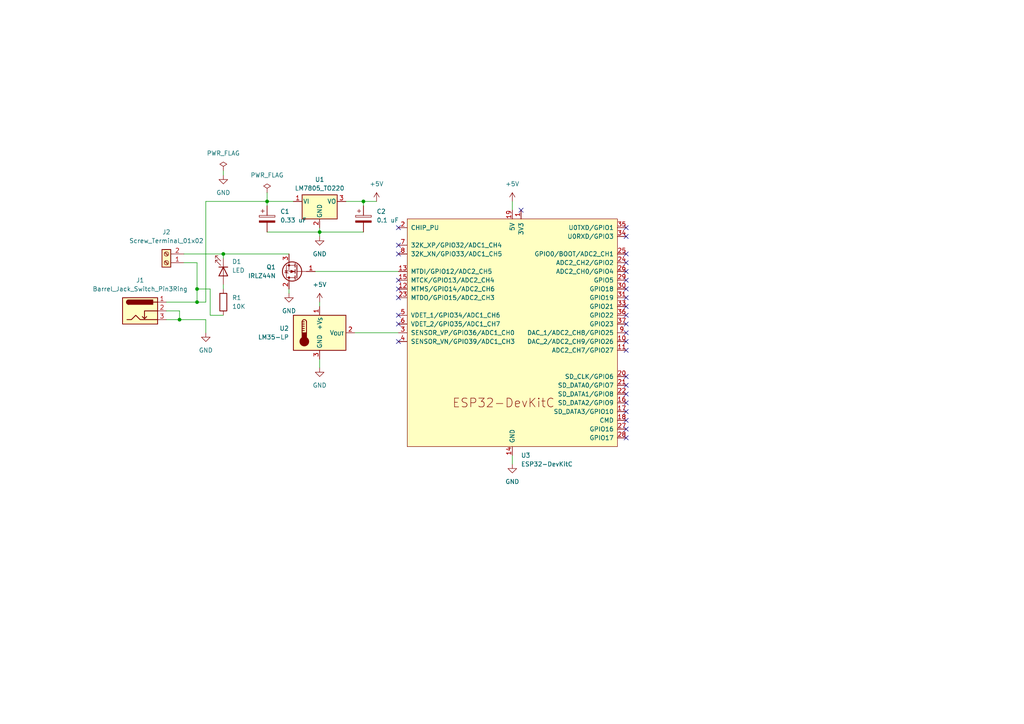
<source format=kicad_sch>
(kicad_sch (version 20230121) (generator eeschema)

  (uuid cbb9098c-f87d-4fb1-92f0-d4133605487e)

  (paper "A4")

  (lib_symbols
    (symbol "Connector:Barrel_Jack_Switch_Pin3Ring" (pin_names hide) (in_bom yes) (on_board yes)
      (property "Reference" "J" (at 0 5.334 0)
        (effects (font (size 1.27 1.27)))
      )
      (property "Value" "Barrel_Jack_Switch_Pin3Ring" (at 0 -5.08 0)
        (effects (font (size 1.27 1.27)))
      )
      (property "Footprint" "" (at 1.27 -1.016 0)
        (effects (font (size 1.27 1.27)) hide)
      )
      (property "Datasheet" "~" (at 1.27 -1.016 0)
        (effects (font (size 1.27 1.27)) hide)
      )
      (property "ki_keywords" "DC power barrel jack connector" (at 0 0 0)
        (effects (font (size 1.27 1.27)) hide)
      )
      (property "ki_description" "DC Barrel Jack with an internal switch" (at 0 0 0)
        (effects (font (size 1.27 1.27)) hide)
      )
      (property "ki_fp_filters" "BarrelJack*" (at 0 0 0)
        (effects (font (size 1.27 1.27)) hide)
      )
      (symbol "Barrel_Jack_Switch_Pin3Ring_0_1"
        (rectangle (start -5.08 3.81) (end 5.08 -3.81)
          (stroke (width 0.254) (type default))
          (fill (type background))
        )
        (arc (start -3.302 3.175) (mid -3.9343 2.54) (end -3.302 1.905)
          (stroke (width 0.254) (type default))
          (fill (type none))
        )
        (arc (start -3.302 3.175) (mid -3.9343 2.54) (end -3.302 1.905)
          (stroke (width 0.254) (type default))
          (fill (type outline))
        )
        (polyline
          (pts
            (xy 1.27 -2.286)
            (xy 1.905 -1.651)
          )
          (stroke (width 0.254) (type default))
          (fill (type none))
        )
        (polyline
          (pts
            (xy 5.08 2.54)
            (xy 3.81 2.54)
          )
          (stroke (width 0.254) (type default))
          (fill (type none))
        )
        (polyline
          (pts
            (xy 5.08 0)
            (xy 1.27 0)
            (xy 1.27 -2.286)
            (xy 0.635 -1.651)
          )
          (stroke (width 0.254) (type default))
          (fill (type none))
        )
        (polyline
          (pts
            (xy -3.81 -2.54)
            (xy -2.54 -2.54)
            (xy -1.27 -1.27)
            (xy 0 -2.54)
            (xy 2.54 -2.54)
            (xy 5.08 -2.54)
          )
          (stroke (width 0.254) (type default))
          (fill (type none))
        )
        (rectangle (start 3.683 3.175) (end -3.302 1.905)
          (stroke (width 0.254) (type default))
          (fill (type outline))
        )
      )
      (symbol "Barrel_Jack_Switch_Pin3Ring_1_1"
        (pin passive line (at 7.62 2.54 180) (length 2.54)
          (name "~" (effects (font (size 1.27 1.27))))
          (number "1" (effects (font (size 1.27 1.27))))
        )
        (pin passive line (at 7.62 0 180) (length 2.54)
          (name "~" (effects (font (size 1.27 1.27))))
          (number "2" (effects (font (size 1.27 1.27))))
        )
        (pin passive line (at 7.62 -2.54 180) (length 2.54)
          (name "~" (effects (font (size 1.27 1.27))))
          (number "3" (effects (font (size 1.27 1.27))))
        )
      )
    )
    (symbol "Connector:Screw_Terminal_01x02" (pin_names (offset 1.016) hide) (in_bom yes) (on_board yes)
      (property "Reference" "J" (at 0 2.54 0)
        (effects (font (size 1.27 1.27)))
      )
      (property "Value" "Screw_Terminal_01x02" (at 0 -5.08 0)
        (effects (font (size 1.27 1.27)))
      )
      (property "Footprint" "" (at 0 0 0)
        (effects (font (size 1.27 1.27)) hide)
      )
      (property "Datasheet" "~" (at 0 0 0)
        (effects (font (size 1.27 1.27)) hide)
      )
      (property "ki_keywords" "screw terminal" (at 0 0 0)
        (effects (font (size 1.27 1.27)) hide)
      )
      (property "ki_description" "Generic screw terminal, single row, 01x02, script generated (kicad-library-utils/schlib/autogen/connector/)" (at 0 0 0)
        (effects (font (size 1.27 1.27)) hide)
      )
      (property "ki_fp_filters" "TerminalBlock*:*" (at 0 0 0)
        (effects (font (size 1.27 1.27)) hide)
      )
      (symbol "Screw_Terminal_01x02_1_1"
        (rectangle (start -1.27 1.27) (end 1.27 -3.81)
          (stroke (width 0.254) (type default))
          (fill (type background))
        )
        (circle (center 0 -2.54) (radius 0.635)
          (stroke (width 0.1524) (type default))
          (fill (type none))
        )
        (polyline
          (pts
            (xy -0.5334 -2.2098)
            (xy 0.3302 -3.048)
          )
          (stroke (width 0.1524) (type default))
          (fill (type none))
        )
        (polyline
          (pts
            (xy -0.5334 0.3302)
            (xy 0.3302 -0.508)
          )
          (stroke (width 0.1524) (type default))
          (fill (type none))
        )
        (polyline
          (pts
            (xy -0.3556 -2.032)
            (xy 0.508 -2.8702)
          )
          (stroke (width 0.1524) (type default))
          (fill (type none))
        )
        (polyline
          (pts
            (xy -0.3556 0.508)
            (xy 0.508 -0.3302)
          )
          (stroke (width 0.1524) (type default))
          (fill (type none))
        )
        (circle (center 0 0) (radius 0.635)
          (stroke (width 0.1524) (type default))
          (fill (type none))
        )
        (pin passive line (at -5.08 0 0) (length 3.81)
          (name "Pin_1" (effects (font (size 1.27 1.27))))
          (number "1" (effects (font (size 1.27 1.27))))
        )
        (pin passive line (at -5.08 -2.54 0) (length 3.81)
          (name "Pin_2" (effects (font (size 1.27 1.27))))
          (number "2" (effects (font (size 1.27 1.27))))
        )
      )
    )
    (symbol "Device:C_Polarized" (pin_numbers hide) (pin_names (offset 0.254)) (in_bom yes) (on_board yes)
      (property "Reference" "C" (at 0.635 2.54 0)
        (effects (font (size 1.27 1.27)) (justify left))
      )
      (property "Value" "C_Polarized" (at 0.635 -2.54 0)
        (effects (font (size 1.27 1.27)) (justify left))
      )
      (property "Footprint" "" (at 0.9652 -3.81 0)
        (effects (font (size 1.27 1.27)) hide)
      )
      (property "Datasheet" "~" (at 0 0 0)
        (effects (font (size 1.27 1.27)) hide)
      )
      (property "ki_keywords" "cap capacitor" (at 0 0 0)
        (effects (font (size 1.27 1.27)) hide)
      )
      (property "ki_description" "Polarized capacitor" (at 0 0 0)
        (effects (font (size 1.27 1.27)) hide)
      )
      (property "ki_fp_filters" "CP_*" (at 0 0 0)
        (effects (font (size 1.27 1.27)) hide)
      )
      (symbol "C_Polarized_0_1"
        (rectangle (start -2.286 0.508) (end 2.286 1.016)
          (stroke (width 0) (type default))
          (fill (type none))
        )
        (polyline
          (pts
            (xy -1.778 2.286)
            (xy -0.762 2.286)
          )
          (stroke (width 0) (type default))
          (fill (type none))
        )
        (polyline
          (pts
            (xy -1.27 2.794)
            (xy -1.27 1.778)
          )
          (stroke (width 0) (type default))
          (fill (type none))
        )
        (rectangle (start 2.286 -0.508) (end -2.286 -1.016)
          (stroke (width 0) (type default))
          (fill (type outline))
        )
      )
      (symbol "C_Polarized_1_1"
        (pin passive line (at 0 3.81 270) (length 2.794)
          (name "~" (effects (font (size 1.27 1.27))))
          (number "1" (effects (font (size 1.27 1.27))))
        )
        (pin passive line (at 0 -3.81 90) (length 2.794)
          (name "~" (effects (font (size 1.27 1.27))))
          (number "2" (effects (font (size 1.27 1.27))))
        )
      )
    )
    (symbol "Device:LED" (pin_numbers hide) (pin_names (offset 1.016) hide) (in_bom yes) (on_board yes)
      (property "Reference" "D" (at 0 2.54 0)
        (effects (font (size 1.27 1.27)))
      )
      (property "Value" "LED" (at 0 -2.54 0)
        (effects (font (size 1.27 1.27)))
      )
      (property "Footprint" "" (at 0 0 0)
        (effects (font (size 1.27 1.27)) hide)
      )
      (property "Datasheet" "~" (at 0 0 0)
        (effects (font (size 1.27 1.27)) hide)
      )
      (property "ki_keywords" "LED diode" (at 0 0 0)
        (effects (font (size 1.27 1.27)) hide)
      )
      (property "ki_description" "Light emitting diode" (at 0 0 0)
        (effects (font (size 1.27 1.27)) hide)
      )
      (property "ki_fp_filters" "LED* LED_SMD:* LED_THT:*" (at 0 0 0)
        (effects (font (size 1.27 1.27)) hide)
      )
      (symbol "LED_0_1"
        (polyline
          (pts
            (xy -1.27 -1.27)
            (xy -1.27 1.27)
          )
          (stroke (width 0.254) (type default))
          (fill (type none))
        )
        (polyline
          (pts
            (xy -1.27 0)
            (xy 1.27 0)
          )
          (stroke (width 0) (type default))
          (fill (type none))
        )
        (polyline
          (pts
            (xy 1.27 -1.27)
            (xy 1.27 1.27)
            (xy -1.27 0)
            (xy 1.27 -1.27)
          )
          (stroke (width 0.254) (type default))
          (fill (type none))
        )
        (polyline
          (pts
            (xy -3.048 -0.762)
            (xy -4.572 -2.286)
            (xy -3.81 -2.286)
            (xy -4.572 -2.286)
            (xy -4.572 -1.524)
          )
          (stroke (width 0) (type default))
          (fill (type none))
        )
        (polyline
          (pts
            (xy -1.778 -0.762)
            (xy -3.302 -2.286)
            (xy -2.54 -2.286)
            (xy -3.302 -2.286)
            (xy -3.302 -1.524)
          )
          (stroke (width 0) (type default))
          (fill (type none))
        )
      )
      (symbol "LED_1_1"
        (pin passive line (at -3.81 0 0) (length 2.54)
          (name "K" (effects (font (size 1.27 1.27))))
          (number "1" (effects (font (size 1.27 1.27))))
        )
        (pin passive line (at 3.81 0 180) (length 2.54)
          (name "A" (effects (font (size 1.27 1.27))))
          (number "2" (effects (font (size 1.27 1.27))))
        )
      )
    )
    (symbol "Device:R" (pin_numbers hide) (pin_names (offset 0)) (in_bom yes) (on_board yes)
      (property "Reference" "R" (at 2.032 0 90)
        (effects (font (size 1.27 1.27)))
      )
      (property "Value" "R" (at 0 0 90)
        (effects (font (size 1.27 1.27)))
      )
      (property "Footprint" "" (at -1.778 0 90)
        (effects (font (size 1.27 1.27)) hide)
      )
      (property "Datasheet" "~" (at 0 0 0)
        (effects (font (size 1.27 1.27)) hide)
      )
      (property "ki_keywords" "R res resistor" (at 0 0 0)
        (effects (font (size 1.27 1.27)) hide)
      )
      (property "ki_description" "Resistor" (at 0 0 0)
        (effects (font (size 1.27 1.27)) hide)
      )
      (property "ki_fp_filters" "R_*" (at 0 0 0)
        (effects (font (size 1.27 1.27)) hide)
      )
      (symbol "R_0_1"
        (rectangle (start -1.016 -2.54) (end 1.016 2.54)
          (stroke (width 0.254) (type default))
          (fill (type none))
        )
      )
      (symbol "R_1_1"
        (pin passive line (at 0 3.81 270) (length 1.27)
          (name "~" (effects (font (size 1.27 1.27))))
          (number "1" (effects (font (size 1.27 1.27))))
        )
        (pin passive line (at 0 -3.81 90) (length 1.27)
          (name "~" (effects (font (size 1.27 1.27))))
          (number "2" (effects (font (size 1.27 1.27))))
        )
      )
    )
    (symbol "PCM_Espressif:ESP32-DevKitC" (pin_names (offset 1.016)) (in_bom yes) (on_board yes)
      (property "Reference" "U" (at -30.48 38.1 0)
        (effects (font (size 1.27 1.27)) (justify left))
      )
      (property "Value" "ESP32-DevKitC" (at -30.48 35.56 0)
        (effects (font (size 1.27 1.27)) (justify left))
      )
      (property "Footprint" "Espressif:ESP32-DevKitC" (at 0 -43.18 0)
        (effects (font (size 1.27 1.27)) hide)
      )
      (property "Datasheet" "https://docs.espressif.com/projects/esp-idf/zh_CN/latest/esp32/hw-reference/esp32/get-started-devkitc.html" (at 0 -45.72 0)
        (effects (font (size 1.27 1.27)) hide)
      )
      (property "ki_keywords" "ESP32" (at 0 0 0)
        (effects (font (size 1.27 1.27)) hide)
      )
      (property "ki_description" "Development Kit" (at 0 0 0)
        (effects (font (size 1.27 1.27)) hide)
      )
      (symbol "ESP32-DevKitC_0_0"
        (text "ESP32-DevKitC" (at -2.54 -20.32 0)
          (effects (font (size 2.54 2.54)))
        )
        (pin power_in line (at 0 -35.56 90) (length 2.54)
          (name "GND" (effects (font (size 1.27 1.27))))
          (number "14" (effects (font (size 1.27 1.27))))
        )
        (pin power_in line (at 0 35.56 270) (length 2.54)
          (name "5V" (effects (font (size 1.27 1.27))))
          (number "19" (effects (font (size 1.27 1.27))))
        )
      )
      (symbol "ESP32-DevKitC_0_1"
        (rectangle (start -30.48 33.02) (end 30.48 -33.02)
          (stroke (width 0) (type default))
          (fill (type background))
        )
      )
      (symbol "ESP32-DevKitC_1_1"
        (pin power_in line (at 2.54 35.56 270) (length 2.54)
          (name "3V3" (effects (font (size 1.27 1.27))))
          (number "1" (effects (font (size 1.27 1.27))))
        )
        (pin bidirectional line (at 33.02 -2.54 180) (length 2.54)
          (name "DAC_2/ADC2_CH9/GPIO26" (effects (font (size 1.27 1.27))))
          (number "10" (effects (font (size 1.27 1.27))))
        )
        (pin bidirectional line (at 33.02 -5.08 180) (length 2.54)
          (name "ADC2_CH7/GPIO27" (effects (font (size 1.27 1.27))))
          (number "11" (effects (font (size 1.27 1.27))))
        )
        (pin bidirectional line (at -33.02 12.7 0) (length 2.54)
          (name "MTMS/GPIO14/ADC2_CH6" (effects (font (size 1.27 1.27))))
          (number "12" (effects (font (size 1.27 1.27))))
        )
        (pin bidirectional line (at -33.02 17.78 0) (length 2.54)
          (name "MTDI/GPIO12/ADC2_CH5" (effects (font (size 1.27 1.27))))
          (number "13" (effects (font (size 1.27 1.27))))
        )
        (pin bidirectional line (at -33.02 15.24 0) (length 2.54)
          (name "MTCK/GPIO13/ADC2_CH4" (effects (font (size 1.27 1.27))))
          (number "15" (effects (font (size 1.27 1.27))))
        )
        (pin bidirectional line (at 33.02 -20.32 180) (length 2.54)
          (name "SD_DATA2/GPIO9" (effects (font (size 1.27 1.27))))
          (number "16" (effects (font (size 1.27 1.27))))
        )
        (pin bidirectional line (at 33.02 -22.86 180) (length 2.54)
          (name "SD_DATA3/GPIO10" (effects (font (size 1.27 1.27))))
          (number "17" (effects (font (size 1.27 1.27))))
        )
        (pin bidirectional line (at 33.02 -25.4 180) (length 2.54)
          (name "CMD" (effects (font (size 1.27 1.27))))
          (number "18" (effects (font (size 1.27 1.27))))
        )
        (pin input line (at -33.02 30.48 0) (length 2.54)
          (name "CHIP_PU" (effects (font (size 1.27 1.27))))
          (number "2" (effects (font (size 1.27 1.27))))
        )
        (pin bidirectional line (at 33.02 -12.7 180) (length 2.54)
          (name "SD_CLK/GPIO6" (effects (font (size 1.27 1.27))))
          (number "20" (effects (font (size 1.27 1.27))))
        )
        (pin bidirectional line (at 33.02 -15.24 180) (length 2.54)
          (name "SD_DATA0/GPIO7" (effects (font (size 1.27 1.27))))
          (number "21" (effects (font (size 1.27 1.27))))
        )
        (pin bidirectional line (at 33.02 -17.78 180) (length 2.54)
          (name "SD_DATA1/GPIO8" (effects (font (size 1.27 1.27))))
          (number "22" (effects (font (size 1.27 1.27))))
        )
        (pin bidirectional line (at -33.02 10.16 0) (length 2.54)
          (name "MTDO/GPIO15/ADC2_CH3" (effects (font (size 1.27 1.27))))
          (number "23" (effects (font (size 1.27 1.27))))
        )
        (pin bidirectional line (at 33.02 20.32 180) (length 2.54)
          (name "ADC2_CH2/GPIO2" (effects (font (size 1.27 1.27))))
          (number "24" (effects (font (size 1.27 1.27))))
        )
        (pin bidirectional line (at 33.02 22.86 180) (length 2.54)
          (name "GPIO0/BOOT/ADC2_CH1" (effects (font (size 1.27 1.27))))
          (number "25" (effects (font (size 1.27 1.27))))
        )
        (pin bidirectional line (at 33.02 17.78 180) (length 2.54)
          (name "ADC2_CH0/GPIO4" (effects (font (size 1.27 1.27))))
          (number "26" (effects (font (size 1.27 1.27))))
        )
        (pin bidirectional line (at 33.02 -27.94 180) (length 2.54)
          (name "GPIO16" (effects (font (size 1.27 1.27))))
          (number "27" (effects (font (size 1.27 1.27))))
        )
        (pin bidirectional line (at 33.02 -30.48 180) (length 2.54)
          (name "GPIO17" (effects (font (size 1.27 1.27))))
          (number "28" (effects (font (size 1.27 1.27))))
        )
        (pin bidirectional line (at 33.02 15.24 180) (length 2.54)
          (name "GPIO5" (effects (font (size 1.27 1.27))))
          (number "29" (effects (font (size 1.27 1.27))))
        )
        (pin input line (at -33.02 0 0) (length 2.54)
          (name "SENSOR_VP/GPIO36/ADC1_CH0" (effects (font (size 1.27 1.27))))
          (number "3" (effects (font (size 1.27 1.27))))
        )
        (pin bidirectional line (at 33.02 12.7 180) (length 2.54)
          (name "GPIO18" (effects (font (size 1.27 1.27))))
          (number "30" (effects (font (size 1.27 1.27))))
        )
        (pin bidirectional line (at 33.02 10.16 180) (length 2.54)
          (name "GPIO19" (effects (font (size 1.27 1.27))))
          (number "31" (effects (font (size 1.27 1.27))))
        )
        (pin passive line (at 0 -35.56 90) (length 2.54) hide
          (name "GND" (effects (font (size 1.27 1.27))))
          (number "32" (effects (font (size 1.27 1.27))))
        )
        (pin bidirectional line (at 33.02 7.62 180) (length 2.54)
          (name "GPIO21" (effects (font (size 1.27 1.27))))
          (number "33" (effects (font (size 1.27 1.27))))
        )
        (pin bidirectional line (at 33.02 27.94 180) (length 2.54)
          (name "U0RXD/GPIO3" (effects (font (size 1.27 1.27))))
          (number "34" (effects (font (size 1.27 1.27))))
        )
        (pin bidirectional line (at 33.02 30.48 180) (length 2.54)
          (name "U0TXD/GPIO1" (effects (font (size 1.27 1.27))))
          (number "35" (effects (font (size 1.27 1.27))))
        )
        (pin bidirectional line (at 33.02 5.08 180) (length 2.54)
          (name "GPIO22" (effects (font (size 1.27 1.27))))
          (number "36" (effects (font (size 1.27 1.27))))
        )
        (pin bidirectional line (at 33.02 2.54 180) (length 2.54)
          (name "GPIO23" (effects (font (size 1.27 1.27))))
          (number "37" (effects (font (size 1.27 1.27))))
        )
        (pin passive line (at 0 -35.56 90) (length 2.54) hide
          (name "GND" (effects (font (size 1.27 1.27))))
          (number "38" (effects (font (size 1.27 1.27))))
        )
        (pin input line (at -33.02 -2.54 0) (length 2.54)
          (name "SENSOR_VN/GPIO39/ADC1_CH3" (effects (font (size 1.27 1.27))))
          (number "4" (effects (font (size 1.27 1.27))))
        )
        (pin input line (at -33.02 5.08 0) (length 2.54)
          (name "VDET_1/GPIO34/ADC1_CH6" (effects (font (size 1.27 1.27))))
          (number "5" (effects (font (size 1.27 1.27))))
        )
        (pin input line (at -33.02 2.54 0) (length 2.54)
          (name "VDET_2/GPIO35/ADC1_CH7" (effects (font (size 1.27 1.27))))
          (number "6" (effects (font (size 1.27 1.27))))
        )
        (pin bidirectional line (at -33.02 25.4 0) (length 2.54)
          (name "32K_XP/GPIO32/ADC1_CH4" (effects (font (size 1.27 1.27))))
          (number "7" (effects (font (size 1.27 1.27))))
        )
        (pin bidirectional line (at -33.02 22.86 0) (length 2.54)
          (name "32K_XN/GPIO33/ADC1_CH5" (effects (font (size 1.27 1.27))))
          (number "8" (effects (font (size 1.27 1.27))))
        )
        (pin bidirectional line (at 33.02 0 180) (length 2.54)
          (name "DAC_1/ADC2_CH8/GPIO25" (effects (font (size 1.27 1.27))))
          (number "9" (effects (font (size 1.27 1.27))))
        )
      )
    )
    (symbol "Regulator_Linear:LM7805_TO220" (pin_names (offset 0.254)) (in_bom yes) (on_board yes)
      (property "Reference" "U" (at -3.81 3.175 0)
        (effects (font (size 1.27 1.27)))
      )
      (property "Value" "LM7805_TO220" (at 0 3.175 0)
        (effects (font (size 1.27 1.27)) (justify left))
      )
      (property "Footprint" "Package_TO_SOT_THT:TO-220-3_Vertical" (at 0 5.715 0)
        (effects (font (size 1.27 1.27) italic) hide)
      )
      (property "Datasheet" "https://www.onsemi.cn/PowerSolutions/document/MC7800-D.PDF" (at 0 -1.27 0)
        (effects (font (size 1.27 1.27)) hide)
      )
      (property "ki_keywords" "Voltage Regulator 1A Positive" (at 0 0 0)
        (effects (font (size 1.27 1.27)) hide)
      )
      (property "ki_description" "Positive 1A 35V Linear Regulator, Fixed Output 5V, TO-220" (at 0 0 0)
        (effects (font (size 1.27 1.27)) hide)
      )
      (property "ki_fp_filters" "TO?220*" (at 0 0 0)
        (effects (font (size 1.27 1.27)) hide)
      )
      (symbol "LM7805_TO220_0_1"
        (rectangle (start -5.08 1.905) (end 5.08 -5.08)
          (stroke (width 0.254) (type default))
          (fill (type background))
        )
      )
      (symbol "LM7805_TO220_1_1"
        (pin power_in line (at -7.62 0 0) (length 2.54)
          (name "VI" (effects (font (size 1.27 1.27))))
          (number "1" (effects (font (size 1.27 1.27))))
        )
        (pin power_in line (at 0 -7.62 90) (length 2.54)
          (name "GND" (effects (font (size 1.27 1.27))))
          (number "2" (effects (font (size 1.27 1.27))))
        )
        (pin power_out line (at 7.62 0 180) (length 2.54)
          (name "VO" (effects (font (size 1.27 1.27))))
          (number "3" (effects (font (size 1.27 1.27))))
        )
      )
    )
    (symbol "Sensor_Temperature:LM35-LP" (in_bom yes) (on_board yes)
      (property "Reference" "U" (at -6.35 6.35 0)
        (effects (font (size 1.27 1.27)))
      )
      (property "Value" "LM35-LP" (at 1.27 6.35 0)
        (effects (font (size 1.27 1.27)) (justify left))
      )
      (property "Footprint" "Package_TO_SOT_THT:TO-92_Inline" (at 1.27 -6.35 0)
        (effects (font (size 1.27 1.27)) (justify left) hide)
      )
      (property "Datasheet" "http://www.ti.com/lit/ds/symlink/lm35.pdf" (at 0 0 0)
        (effects (font (size 1.27 1.27)) hide)
      )
      (property "ki_keywords" "temperature sensor thermistor" (at 0 0 0)
        (effects (font (size 1.27 1.27)) hide)
      )
      (property "ki_description" "Precision centigrade temperature sensor, TO-92" (at 0 0 0)
        (effects (font (size 1.27 1.27)) hide)
      )
      (property "ki_fp_filters" "TO?92*" (at 0 0 0)
        (effects (font (size 1.27 1.27)) hide)
      )
      (symbol "LM35-LP_0_1"
        (rectangle (start -7.62 5.08) (end 7.62 -5.08)
          (stroke (width 0.254) (type default))
          (fill (type background))
        )
        (circle (center -4.445 -2.54) (radius 1.27)
          (stroke (width 0.254) (type default))
          (fill (type outline))
        )
        (rectangle (start -3.81 -1.905) (end -5.08 0)
          (stroke (width 0.254) (type default))
          (fill (type outline))
        )
        (arc (start -3.81 3.175) (mid -4.445 3.8073) (end -5.08 3.175)
          (stroke (width 0.254) (type default))
          (fill (type none))
        )
        (polyline
          (pts
            (xy -5.08 0.635)
            (xy -4.445 0.635)
          )
          (stroke (width 0.254) (type default))
          (fill (type none))
        )
        (polyline
          (pts
            (xy -5.08 1.27)
            (xy -4.445 1.27)
          )
          (stroke (width 0.254) (type default))
          (fill (type none))
        )
        (polyline
          (pts
            (xy -5.08 1.905)
            (xy -4.445 1.905)
          )
          (stroke (width 0.254) (type default))
          (fill (type none))
        )
        (polyline
          (pts
            (xy -5.08 2.54)
            (xy -4.445 2.54)
          )
          (stroke (width 0.254) (type default))
          (fill (type none))
        )
        (polyline
          (pts
            (xy -5.08 3.175)
            (xy -5.08 0)
          )
          (stroke (width 0.254) (type default))
          (fill (type none))
        )
        (polyline
          (pts
            (xy -5.08 3.175)
            (xy -4.445 3.175)
          )
          (stroke (width 0.254) (type default))
          (fill (type none))
        )
        (polyline
          (pts
            (xy -3.81 3.175)
            (xy -3.81 0)
          )
          (stroke (width 0.254) (type default))
          (fill (type none))
        )
      )
      (symbol "LM35-LP_1_1"
        (pin power_in line (at 0 7.62 270) (length 2.54)
          (name "+V_{S}" (effects (font (size 1.27 1.27))))
          (number "1" (effects (font (size 1.27 1.27))))
        )
        (pin output line (at 10.16 0 180) (length 2.54)
          (name "V_{OUT}" (effects (font (size 1.27 1.27))))
          (number "2" (effects (font (size 1.27 1.27))))
        )
        (pin power_in line (at 0 -7.62 90) (length 2.54)
          (name "GND" (effects (font (size 1.27 1.27))))
          (number "3" (effects (font (size 1.27 1.27))))
        )
      )
    )
    (symbol "Transistor_FET:IRLZ44N" (pin_names hide) (in_bom yes) (on_board yes)
      (property "Reference" "Q" (at 6.35 1.905 0)
        (effects (font (size 1.27 1.27)) (justify left))
      )
      (property "Value" "IRLZ44N" (at 6.35 0 0)
        (effects (font (size 1.27 1.27)) (justify left))
      )
      (property "Footprint" "Package_TO_SOT_THT:TO-220-3_Vertical" (at 6.35 -1.905 0)
        (effects (font (size 1.27 1.27) italic) (justify left) hide)
      )
      (property "Datasheet" "http://www.irf.com/product-info/datasheets/data/irlz44n.pdf" (at 0 0 0)
        (effects (font (size 1.27 1.27)) (justify left) hide)
      )
      (property "ki_keywords" "N-Channel HEXFET MOSFET Logic-Level" (at 0 0 0)
        (effects (font (size 1.27 1.27)) hide)
      )
      (property "ki_description" "47A Id, 55V Vds, 22mOhm Rds Single N-Channel HEXFET Power MOSFET, TO-220AB" (at 0 0 0)
        (effects (font (size 1.27 1.27)) hide)
      )
      (property "ki_fp_filters" "TO?220*" (at 0 0 0)
        (effects (font (size 1.27 1.27)) hide)
      )
      (symbol "IRLZ44N_0_1"
        (polyline
          (pts
            (xy 0.254 0)
            (xy -2.54 0)
          )
          (stroke (width 0) (type default))
          (fill (type none))
        )
        (polyline
          (pts
            (xy 0.254 1.905)
            (xy 0.254 -1.905)
          )
          (stroke (width 0.254) (type default))
          (fill (type none))
        )
        (polyline
          (pts
            (xy 0.762 -1.27)
            (xy 0.762 -2.286)
          )
          (stroke (width 0.254) (type default))
          (fill (type none))
        )
        (polyline
          (pts
            (xy 0.762 0.508)
            (xy 0.762 -0.508)
          )
          (stroke (width 0.254) (type default))
          (fill (type none))
        )
        (polyline
          (pts
            (xy 0.762 2.286)
            (xy 0.762 1.27)
          )
          (stroke (width 0.254) (type default))
          (fill (type none))
        )
        (polyline
          (pts
            (xy 2.54 2.54)
            (xy 2.54 1.778)
          )
          (stroke (width 0) (type default))
          (fill (type none))
        )
        (polyline
          (pts
            (xy 2.54 -2.54)
            (xy 2.54 0)
            (xy 0.762 0)
          )
          (stroke (width 0) (type default))
          (fill (type none))
        )
        (polyline
          (pts
            (xy 0.762 -1.778)
            (xy 3.302 -1.778)
            (xy 3.302 1.778)
            (xy 0.762 1.778)
          )
          (stroke (width 0) (type default))
          (fill (type none))
        )
        (polyline
          (pts
            (xy 1.016 0)
            (xy 2.032 0.381)
            (xy 2.032 -0.381)
            (xy 1.016 0)
          )
          (stroke (width 0) (type default))
          (fill (type outline))
        )
        (polyline
          (pts
            (xy 2.794 0.508)
            (xy 2.921 0.381)
            (xy 3.683 0.381)
            (xy 3.81 0.254)
          )
          (stroke (width 0) (type default))
          (fill (type none))
        )
        (polyline
          (pts
            (xy 3.302 0.381)
            (xy 2.921 -0.254)
            (xy 3.683 -0.254)
            (xy 3.302 0.381)
          )
          (stroke (width 0) (type default))
          (fill (type none))
        )
        (circle (center 1.651 0) (radius 2.794)
          (stroke (width 0.254) (type default))
          (fill (type none))
        )
        (circle (center 2.54 -1.778) (radius 0.254)
          (stroke (width 0) (type default))
          (fill (type outline))
        )
        (circle (center 2.54 1.778) (radius 0.254)
          (stroke (width 0) (type default))
          (fill (type outline))
        )
      )
      (symbol "IRLZ44N_1_1"
        (pin input line (at -5.08 0 0) (length 2.54)
          (name "G" (effects (font (size 1.27 1.27))))
          (number "1" (effects (font (size 1.27 1.27))))
        )
        (pin passive line (at 2.54 5.08 270) (length 2.54)
          (name "D" (effects (font (size 1.27 1.27))))
          (number "2" (effects (font (size 1.27 1.27))))
        )
        (pin passive line (at 2.54 -5.08 90) (length 2.54)
          (name "S" (effects (font (size 1.27 1.27))))
          (number "3" (effects (font (size 1.27 1.27))))
        )
      )
    )
    (symbol "power:+5V" (power) (pin_names (offset 0)) (in_bom yes) (on_board yes)
      (property "Reference" "#PWR" (at 0 -3.81 0)
        (effects (font (size 1.27 1.27)) hide)
      )
      (property "Value" "+5V" (at 0 3.556 0)
        (effects (font (size 1.27 1.27)))
      )
      (property "Footprint" "" (at 0 0 0)
        (effects (font (size 1.27 1.27)) hide)
      )
      (property "Datasheet" "" (at 0 0 0)
        (effects (font (size 1.27 1.27)) hide)
      )
      (property "ki_keywords" "global power" (at 0 0 0)
        (effects (font (size 1.27 1.27)) hide)
      )
      (property "ki_description" "Power symbol creates a global label with name \"+5V\"" (at 0 0 0)
        (effects (font (size 1.27 1.27)) hide)
      )
      (symbol "+5V_0_1"
        (polyline
          (pts
            (xy -0.762 1.27)
            (xy 0 2.54)
          )
          (stroke (width 0) (type default))
          (fill (type none))
        )
        (polyline
          (pts
            (xy 0 0)
            (xy 0 2.54)
          )
          (stroke (width 0) (type default))
          (fill (type none))
        )
        (polyline
          (pts
            (xy 0 2.54)
            (xy 0.762 1.27)
          )
          (stroke (width 0) (type default))
          (fill (type none))
        )
      )
      (symbol "+5V_1_1"
        (pin power_in line (at 0 0 90) (length 0) hide
          (name "+5V" (effects (font (size 1.27 1.27))))
          (number "1" (effects (font (size 1.27 1.27))))
        )
      )
    )
    (symbol "power:GND" (power) (pin_names (offset 0)) (in_bom yes) (on_board yes)
      (property "Reference" "#PWR" (at 0 -6.35 0)
        (effects (font (size 1.27 1.27)) hide)
      )
      (property "Value" "GND" (at 0 -3.81 0)
        (effects (font (size 1.27 1.27)))
      )
      (property "Footprint" "" (at 0 0 0)
        (effects (font (size 1.27 1.27)) hide)
      )
      (property "Datasheet" "" (at 0 0 0)
        (effects (font (size 1.27 1.27)) hide)
      )
      (property "ki_keywords" "global power" (at 0 0 0)
        (effects (font (size 1.27 1.27)) hide)
      )
      (property "ki_description" "Power symbol creates a global label with name \"GND\" , ground" (at 0 0 0)
        (effects (font (size 1.27 1.27)) hide)
      )
      (symbol "GND_0_1"
        (polyline
          (pts
            (xy 0 0)
            (xy 0 -1.27)
            (xy 1.27 -1.27)
            (xy 0 -2.54)
            (xy -1.27 -1.27)
            (xy 0 -1.27)
          )
          (stroke (width 0) (type default))
          (fill (type none))
        )
      )
      (symbol "GND_1_1"
        (pin power_in line (at 0 0 270) (length 0) hide
          (name "GND" (effects (font (size 1.27 1.27))))
          (number "1" (effects (font (size 1.27 1.27))))
        )
      )
    )
    (symbol "power:PWR_FLAG" (power) (pin_numbers hide) (pin_names (offset 0) hide) (in_bom yes) (on_board yes)
      (property "Reference" "#FLG" (at 0 1.905 0)
        (effects (font (size 1.27 1.27)) hide)
      )
      (property "Value" "PWR_FLAG" (at 0 3.81 0)
        (effects (font (size 1.27 1.27)))
      )
      (property "Footprint" "" (at 0 0 0)
        (effects (font (size 1.27 1.27)) hide)
      )
      (property "Datasheet" "~" (at 0 0 0)
        (effects (font (size 1.27 1.27)) hide)
      )
      (property "ki_keywords" "flag power" (at 0 0 0)
        (effects (font (size 1.27 1.27)) hide)
      )
      (property "ki_description" "Special symbol for telling ERC where power comes from" (at 0 0 0)
        (effects (font (size 1.27 1.27)) hide)
      )
      (symbol "PWR_FLAG_0_0"
        (pin power_out line (at 0 0 90) (length 0)
          (name "pwr" (effects (font (size 1.27 1.27))))
          (number "1" (effects (font (size 1.27 1.27))))
        )
      )
      (symbol "PWR_FLAG_0_1"
        (polyline
          (pts
            (xy 0 0)
            (xy 0 1.27)
            (xy -1.016 1.905)
            (xy 0 2.54)
            (xy 1.016 1.905)
            (xy 0 1.27)
          )
          (stroke (width 0) (type default))
          (fill (type none))
        )
      )
    )
  )

  (junction (at 57.15 87.63) (diameter 0) (color 0 0 0 0)
    (uuid 60114dea-a258-480c-bff3-9f36acac2e89)
  )
  (junction (at 105.41 58.42) (diameter 0) (color 0 0 0 0)
    (uuid 66b06e6c-d9fa-4c1f-b820-2640be95bdbc)
  )
  (junction (at 77.47 58.42) (diameter 0) (color 0 0 0 0)
    (uuid 693dc820-db0a-4d55-9448-4a7e8ed4f71c)
  )
  (junction (at 57.15 83.82) (diameter 0) (color 0 0 0 0)
    (uuid 7020fe21-0854-4ff5-895c-899278fa0c0b)
  )
  (junction (at 64.77 73.66) (diameter 0) (color 0 0 0 0)
    (uuid 795fc508-f158-4a9b-8950-bddb0e034f48)
  )
  (junction (at 92.71 67.31) (diameter 0) (color 0 0 0 0)
    (uuid 9757c3e1-e6af-45d1-a4fc-95c1b900ebe9)
  )
  (junction (at 52.07 92.71) (diameter 0) (color 0 0 0 0)
    (uuid d13e283b-2577-4f17-b8d6-a4f3728788e7)
  )

  (no_connect (at 115.57 81.28) (uuid 07ecadb5-58c8-40f2-b293-7cb7b4a79ff4))
  (no_connect (at 181.61 73.66) (uuid 08109bf3-b428-45da-a4e5-14a01272cff6))
  (no_connect (at 181.61 99.06) (uuid 1210555d-ed6c-45a9-8a99-e1da85de42de))
  (no_connect (at 181.61 109.22) (uuid 22935c5d-f8f6-45bd-a032-85518d06e261))
  (no_connect (at 115.57 66.04) (uuid 2482f999-1b3a-4fa7-9aad-280cb01f84ff))
  (no_connect (at 115.57 99.06) (uuid 2545c3cc-ce9a-43a3-a352-b5c8722f6692))
  (no_connect (at 115.57 83.82) (uuid 2e830ddb-8a33-4055-be37-d71e529f7dbe))
  (no_connect (at 181.61 91.44) (uuid 323fd333-c29a-4747-86b9-2314f3ba71c7))
  (no_connect (at 181.61 127) (uuid 3d749a69-81d4-40a6-b970-e1c6ebd5fd4b))
  (no_connect (at 115.57 93.98) (uuid 48dcd21b-818a-4164-b95f-bba064357691))
  (no_connect (at 181.61 78.74) (uuid 4ac6d93b-64eb-4b01-838f-9b8692796a82))
  (no_connect (at 181.61 96.52) (uuid 54333b5f-440b-40a6-9528-a2fc11309ec1))
  (no_connect (at 181.61 83.82) (uuid 55aa9e80-0548-4a72-82a4-9cc2701bcd8e))
  (no_connect (at 181.61 121.92) (uuid 5eae1395-deae-4fff-a2a5-88627e305103))
  (no_connect (at 181.61 119.38) (uuid 80968ab5-963f-4b73-b959-0afbab8212ce))
  (no_connect (at 115.57 86.36) (uuid 8330db53-32c9-4bce-9b5f-a238eb6e2af7))
  (no_connect (at 181.61 116.84) (uuid 89f58e54-9a0d-4f96-9f3b-47c67d966624))
  (no_connect (at 181.61 81.28) (uuid 96e713e7-8171-4440-ba90-67e26ce0e6e7))
  (no_connect (at 115.57 91.44) (uuid a16533f7-92cd-43e7-8d92-066b0c7e0a9b))
  (no_connect (at 181.61 76.2) (uuid ab81bc53-d48e-4665-bf55-398a323f79fe))
  (no_connect (at 181.61 66.04) (uuid b344f477-b81c-4697-a3cf-7f442bb4184a))
  (no_connect (at 181.61 86.36) (uuid c525db6b-9cb7-4c3a-8b45-3f600f452476))
  (no_connect (at 181.61 114.3) (uuid c600a0f0-40bc-4beb-be46-d6a8c3ce96e6))
  (no_connect (at 181.61 88.9) (uuid df6b5b05-8833-477d-a2d1-4cf97aef9cb8))
  (no_connect (at 151.13 60.96) (uuid df8c7d3b-4d90-4cb1-8a10-814a1f816c1d))
  (no_connect (at 115.57 71.12) (uuid e4bbf649-1779-4a5a-8c7d-78fa8f16fc09))
  (no_connect (at 115.57 73.66) (uuid e6041a0e-1a45-41a4-8b50-38007faaffcc))
  (no_connect (at 181.61 68.58) (uuid eb1cc118-70bc-4290-9db7-a8d4d0ab039d))
  (no_connect (at 181.61 111.76) (uuid f77b1a82-3034-46ed-820e-75c7e81a340e))
  (no_connect (at 181.61 93.98) (uuid fcfbcda6-ac6c-4e19-a77a-9914218c642a))
  (no_connect (at 181.61 124.46) (uuid fed70415-fd9d-4318-aad6-ab3a63848690))
  (no_connect (at 181.61 101.6) (uuid ff986f9c-54c7-413a-8816-470e1cc15fa0))

  (wire (pts (xy 48.26 92.71) (xy 52.07 92.71))
    (stroke (width 0) (type default))
    (uuid 08e5158c-1d63-4c37-a913-a279abbf9aa9)
  )
  (wire (pts (xy 148.59 58.42) (xy 148.59 60.96))
    (stroke (width 0) (type default))
    (uuid 0cccb56a-4edb-411d-ac09-0ceeb86806c6)
  )
  (wire (pts (xy 64.77 91.44) (xy 60.96 91.44))
    (stroke (width 0) (type default))
    (uuid 1e5706e7-9af1-41bb-b668-31e4c9ed173c)
  )
  (wire (pts (xy 57.15 87.63) (xy 57.15 83.82))
    (stroke (width 0) (type default))
    (uuid 210b45c2-9e4a-4dd7-8d8b-a29c116955db)
  )
  (wire (pts (xy 92.71 67.31) (xy 105.41 67.31))
    (stroke (width 0) (type default))
    (uuid 21503a27-e987-4cde-9fa3-4d60001aa5a1)
  )
  (wire (pts (xy 64.77 73.66) (xy 64.77 74.93))
    (stroke (width 0) (type default))
    (uuid 29c0b9f5-e3e4-4c55-95e8-3178417e5ffd)
  )
  (wire (pts (xy 59.69 87.63) (xy 57.15 87.63))
    (stroke (width 0) (type default))
    (uuid 3553b591-bfaa-4c9a-a7ee-b8bd5030eab3)
  )
  (wire (pts (xy 64.77 73.66) (xy 83.82 73.66))
    (stroke (width 0) (type default))
    (uuid 366596b3-38de-4084-84f7-1f28d6863287)
  )
  (wire (pts (xy 105.41 58.42) (xy 105.41 59.69))
    (stroke (width 0) (type default))
    (uuid 3782d5d8-8962-4b44-af94-27cda8af4d42)
  )
  (wire (pts (xy 60.96 83.82) (xy 57.15 83.82))
    (stroke (width 0) (type default))
    (uuid 3d99471e-b0cc-4543-b267-abd29d269020)
  )
  (wire (pts (xy 52.07 92.71) (xy 59.69 92.71))
    (stroke (width 0) (type default))
    (uuid 4e5b27ec-a81f-4daf-a248-5e34e607acb7)
  )
  (wire (pts (xy 57.15 83.82) (xy 57.15 76.2))
    (stroke (width 0) (type default))
    (uuid 53260023-83f0-44f0-a020-c7513be5f19b)
  )
  (wire (pts (xy 59.69 58.42) (xy 59.69 87.63))
    (stroke (width 0) (type default))
    (uuid 5c65be2a-5a37-4dc1-ae2b-18507f002a64)
  )
  (wire (pts (xy 105.41 58.42) (xy 109.22 58.42))
    (stroke (width 0) (type default))
    (uuid 658454a8-c38a-424b-94e4-490e48a5e76d)
  )
  (wire (pts (xy 92.71 66.04) (xy 92.71 67.31))
    (stroke (width 0) (type default))
    (uuid 69cd57a5-10b2-4309-bd2d-0d79fe83a0cd)
  )
  (wire (pts (xy 85.09 58.42) (xy 77.47 58.42))
    (stroke (width 0) (type default))
    (uuid 6b711318-4561-48de-a11d-3e288af70b45)
  )
  (wire (pts (xy 92.71 67.31) (xy 92.71 68.58))
    (stroke (width 0) (type default))
    (uuid 6f614dfa-7022-4433-b2ca-7d2c02543f57)
  )
  (wire (pts (xy 64.77 82.55) (xy 64.77 83.82))
    (stroke (width 0) (type default))
    (uuid 6fd734a3-71ea-445a-a9f1-f8341665f199)
  )
  (wire (pts (xy 52.07 90.17) (xy 52.07 92.71))
    (stroke (width 0) (type default))
    (uuid 7e3657dc-a1a3-4edc-87c5-d08eba1a3a30)
  )
  (wire (pts (xy 77.47 58.42) (xy 77.47 59.69))
    (stroke (width 0) (type default))
    (uuid 8ce9194e-6f0e-4232-95ac-7f16e61d7cc3)
  )
  (wire (pts (xy 77.47 67.31) (xy 92.71 67.31))
    (stroke (width 0) (type default))
    (uuid 936260be-f01f-482f-a62e-12e590fec772)
  )
  (wire (pts (xy 64.77 49.53) (xy 64.77 50.8))
    (stroke (width 0) (type default))
    (uuid 93e68e89-95bc-447d-a401-fd61843ece8d)
  )
  (wire (pts (xy 77.47 58.42) (xy 59.69 58.42))
    (stroke (width 0) (type default))
    (uuid aedf7270-101e-4407-8335-0b64b36462da)
  )
  (wire (pts (xy 48.26 87.63) (xy 57.15 87.63))
    (stroke (width 0) (type default))
    (uuid af886b59-7fc5-4454-8427-6519d1d5527a)
  )
  (wire (pts (xy 148.59 132.08) (xy 148.59 134.62))
    (stroke (width 0) (type default))
    (uuid b6ffb6b6-023b-400f-9dd5-eb7129983b73)
  )
  (wire (pts (xy 77.47 55.88) (xy 77.47 58.42))
    (stroke (width 0) (type default))
    (uuid b71f3fc0-cf44-4864-8596-ac92928d0162)
  )
  (wire (pts (xy 48.26 90.17) (xy 52.07 90.17))
    (stroke (width 0) (type default))
    (uuid bd34fc02-2e30-4b09-a043-3ef508844e28)
  )
  (wire (pts (xy 92.71 87.63) (xy 92.71 88.9))
    (stroke (width 0) (type default))
    (uuid bd3638b5-2ef7-48a4-a87b-81aa3f22265e)
  )
  (wire (pts (xy 92.71 104.14) (xy 92.71 106.68))
    (stroke (width 0) (type default))
    (uuid cecf98bd-4ce5-4492-8398-dafa69759546)
  )
  (wire (pts (xy 53.34 73.66) (xy 64.77 73.66))
    (stroke (width 0) (type default))
    (uuid d1e40631-37b9-4c1c-b14f-d9a6d94df714)
  )
  (wire (pts (xy 91.44 78.74) (xy 115.57 78.74))
    (stroke (width 0) (type default))
    (uuid dbaba092-7907-4ec9-ab29-eea5015dbcfa)
  )
  (wire (pts (xy 102.87 96.52) (xy 115.57 96.52))
    (stroke (width 0) (type default))
    (uuid dbf664ca-aaf4-47ca-81d3-8074c32779c1)
  )
  (wire (pts (xy 57.15 76.2) (xy 53.34 76.2))
    (stroke (width 0) (type default))
    (uuid e46fbc29-1578-4da9-8151-69e69fa1e6de)
  )
  (wire (pts (xy 59.69 92.71) (xy 59.69 96.52))
    (stroke (width 0) (type default))
    (uuid e56991df-6452-4163-a9db-b3fe9d5e28f6)
  )
  (wire (pts (xy 83.82 83.82) (xy 83.82 85.09))
    (stroke (width 0) (type default))
    (uuid f385aef7-28d9-41fb-b47b-2a9043aa94fd)
  )
  (wire (pts (xy 100.33 58.42) (xy 105.41 58.42))
    (stroke (width 0) (type default))
    (uuid f7bb6b48-a322-4fd1-a2db-2acd4ec1509f)
  )
  (wire (pts (xy 60.96 91.44) (xy 60.96 83.82))
    (stroke (width 0) (type default))
    (uuid fb3274d8-8f34-4c3b-9408-cc7f3a5fdb08)
  )

  (symbol (lib_id "PCM_Espressif:ESP32-DevKitC") (at 148.59 96.52 0) (unit 1)
    (in_bom yes) (on_board yes) (dnp no) (fields_autoplaced)
    (uuid 1c7edc3c-3cca-4555-8db1-7f0116baba7f)
    (property "Reference" "U3" (at 151.092 132.08 0)
      (effects (font (size 1.27 1.27)) (justify left))
    )
    (property "Value" "ESP32-DevKitC" (at 151.092 134.62 0)
      (effects (font (size 1.27 1.27)) (justify left))
    )
    (property "Footprint" "PCM_Espressif:ESP32-DevKitC" (at 148.59 139.7 0)
      (effects (font (size 1.27 1.27)) hide)
    )
    (property "Datasheet" "https://docs.espressif.com/projects/esp-idf/zh_CN/latest/esp32/hw-reference/esp32/get-started-devkitc.html" (at 148.59 142.24 0)
      (effects (font (size 1.27 1.27)) hide)
    )
    (pin "14" (uuid c2cc0d6e-286c-4834-bf3d-a7b15813b283))
    (pin "19" (uuid a0019bd9-d391-4a22-8e13-d8c16f6b8c02))
    (pin "1" (uuid 58e09f81-8f25-4567-a560-b76730ee8434))
    (pin "10" (uuid 5eb03245-ff35-4dbb-aca8-48631c65fafc))
    (pin "11" (uuid db296608-c506-48a7-8570-5759267b01d1))
    (pin "12" (uuid 620947f1-742c-49a6-9d47-a7071df13564))
    (pin "13" (uuid 7c8a4fdf-ca91-4f56-bb50-4f07247b6662))
    (pin "15" (uuid 0d17ae2a-08ff-4f50-add2-f7b31c0cca5c))
    (pin "16" (uuid 95ed9b16-aee5-4b14-b96d-004803da78d0))
    (pin "17" (uuid c77dfd5d-2889-48be-a335-fac4c3b7a274))
    (pin "18" (uuid 7dd6b93c-059f-4afc-b1b1-15470871d871))
    (pin "2" (uuid 76b9a08b-21bc-4a3c-a93a-0bb5cca5cff7))
    (pin "20" (uuid e7e73dff-6445-473d-b974-ed288a99cde3))
    (pin "21" (uuid 6001b196-6dcb-4248-ae32-d8e332b28eb8))
    (pin "22" (uuid 10811700-5d5c-4e15-bd11-2ec27a407c8e))
    (pin "23" (uuid 367b5659-435f-43e1-9d4d-595db98e7867))
    (pin "24" (uuid a6dd6c06-5eb2-4bf2-8ae1-1a7ed7c3e5b3))
    (pin "25" (uuid af74bddc-29ab-4241-970d-58f24970dea7))
    (pin "26" (uuid cabf5dd3-0287-4319-97d5-3732fe8d05f5))
    (pin "27" (uuid 6e5ece09-da4d-4493-bb8d-e29f50d80512))
    (pin "28" (uuid 2b8a94f7-93cc-4c0d-bb27-ce3452a1de23))
    (pin "29" (uuid 79208597-b8b6-4715-b6bc-d56fd93715eb))
    (pin "3" (uuid fde8e559-e847-45dd-89d5-29d6fac7bc9b))
    (pin "30" (uuid a192fe67-ca25-4443-9152-ef535cc6ddf8))
    (pin "31" (uuid 626e97f9-210b-4fa4-b97b-0f237831ea9a))
    (pin "32" (uuid 9619bf03-d3c0-4f76-a71f-f3ef7cb21738))
    (pin "33" (uuid 285f4cd7-470c-424c-b322-362a75e9c0d9))
    (pin "34" (uuid 0698b16a-3d3d-4ace-b514-017fb5a224c9))
    (pin "35" (uuid e1076d90-2b74-4169-8bae-f33ea6bea550))
    (pin "36" (uuid b5736f15-967a-41be-ab55-28e266c62b93))
    (pin "37" (uuid 44191836-498c-40c9-b180-e694987f6b52))
    (pin "38" (uuid b66e4dd8-22f3-4159-9f26-d8f34c15d0b1))
    (pin "4" (uuid 6fea0de6-9105-49e2-b887-7ae8e28d4e83))
    (pin "5" (uuid ea9e5a6d-5a81-4e1a-a9b9-0ebb9d4b21ab))
    (pin "6" (uuid 7a94c7e8-d3dd-4dba-97d5-71cf02769c69))
    (pin "7" (uuid bf6a982e-a4fb-4e08-95e5-1dbc87af3d8f))
    (pin "8" (uuid 0eedb29e-476e-495b-96c6-87c34f4368d9))
    (pin "9" (uuid 5c8e44da-ce30-4bfd-8960-1f72ddf3f32c))
    (instances
      (project "ESP32_PID Controller"
        (path "/cbb9098c-f87d-4fb1-92f0-d4133605487e"
          (reference "U3") (unit 1)
        )
      )
    )
  )

  (symbol (lib_id "power:GND") (at 92.71 106.68 0) (unit 1)
    (in_bom yes) (on_board yes) (dnp no) (fields_autoplaced)
    (uuid 29de0342-1d83-44d7-9171-efd58d87b80c)
    (property "Reference" "#PWR06" (at 92.71 113.03 0)
      (effects (font (size 1.27 1.27)) hide)
    )
    (property "Value" "GND" (at 92.71 111.76 0)
      (effects (font (size 1.27 1.27)))
    )
    (property "Footprint" "" (at 92.71 106.68 0)
      (effects (font (size 1.27 1.27)) hide)
    )
    (property "Datasheet" "" (at 92.71 106.68 0)
      (effects (font (size 1.27 1.27)) hide)
    )
    (pin "1" (uuid b7596d5f-6122-46d0-bd18-8ba1d2f80799))
    (instances
      (project "ESP32_PID Controller"
        (path "/cbb9098c-f87d-4fb1-92f0-d4133605487e"
          (reference "#PWR06") (unit 1)
        )
      )
    )
  )

  (symbol (lib_id "power:GND") (at 59.69 96.52 0) (unit 1)
    (in_bom yes) (on_board yes) (dnp no) (fields_autoplaced)
    (uuid 5a8affe4-6dd9-4e89-9bbf-453ea5ec534a)
    (property "Reference" "#PWR01" (at 59.69 102.87 0)
      (effects (font (size 1.27 1.27)) hide)
    )
    (property "Value" "GND" (at 59.69 101.6 0)
      (effects (font (size 1.27 1.27)))
    )
    (property "Footprint" "" (at 59.69 96.52 0)
      (effects (font (size 1.27 1.27)) hide)
    )
    (property "Datasheet" "" (at 59.69 96.52 0)
      (effects (font (size 1.27 1.27)) hide)
    )
    (pin "1" (uuid 3df6cd9a-5dc3-4d71-88e1-236dc8e8a46d))
    (instances
      (project "ESP32_PID Controller"
        (path "/cbb9098c-f87d-4fb1-92f0-d4133605487e"
          (reference "#PWR01") (unit 1)
        )
      )
    )
  )

  (symbol (lib_id "Transistor_FET:IRLZ44N") (at 86.36 78.74 180) (unit 1)
    (in_bom yes) (on_board yes) (dnp no) (fields_autoplaced)
    (uuid 67c84f11-995e-411a-bdda-4edf1a478a29)
    (property "Reference" "Q1" (at 80.01 77.4699 0)
      (effects (font (size 1.27 1.27)) (justify left))
    )
    (property "Value" "IRLZ44N" (at 80.01 80.0099 0)
      (effects (font (size 1.27 1.27)) (justify left))
    )
    (property "Footprint" "Package_TO_SOT_THT:TO-220-3_Vertical" (at 80.01 76.835 0)
      (effects (font (size 1.27 1.27) italic) (justify left) hide)
    )
    (property "Datasheet" "http://www.irf.com/product-info/datasheets/data/irlz44n.pdf" (at 86.36 78.74 0)
      (effects (font (size 1.27 1.27)) (justify left) hide)
    )
    (pin "1" (uuid 60e97b58-121e-4a58-8088-41b1225a79f8))
    (pin "2" (uuid 535f3191-554f-4f95-991b-93fb6486c88d))
    (pin "3" (uuid a7df3f27-9f6d-49db-a6ee-cec1367dca64))
    (instances
      (project "ESP32_PID Controller"
        (path "/cbb9098c-f87d-4fb1-92f0-d4133605487e"
          (reference "Q1") (unit 1)
        )
      )
    )
  )

  (symbol (lib_id "power:+5V") (at 92.71 87.63 0) (unit 1)
    (in_bom yes) (on_board yes) (dnp no) (fields_autoplaced)
    (uuid 6dbbf2d8-499d-445a-aaff-f6b5ad79dc76)
    (property "Reference" "#PWR05" (at 92.71 91.44 0)
      (effects (font (size 1.27 1.27)) hide)
    )
    (property "Value" "+5V" (at 92.71 82.55 0)
      (effects (font (size 1.27 1.27)))
    )
    (property "Footprint" "" (at 92.71 87.63 0)
      (effects (font (size 1.27 1.27)) hide)
    )
    (property "Datasheet" "" (at 92.71 87.63 0)
      (effects (font (size 1.27 1.27)) hide)
    )
    (pin "1" (uuid 22771744-024f-4e5b-b699-42604ddd1794))
    (instances
      (project "ESP32_PID Controller"
        (path "/cbb9098c-f87d-4fb1-92f0-d4133605487e"
          (reference "#PWR05") (unit 1)
        )
      )
    )
  )

  (symbol (lib_id "Connector:Screw_Terminal_01x02") (at 48.26 76.2 180) (unit 1)
    (in_bom yes) (on_board yes) (dnp no) (fields_autoplaced)
    (uuid 6ea17a86-8e47-4575-9440-8a84790eab28)
    (property "Reference" "J2" (at 48.26 67.31 0)
      (effects (font (size 1.27 1.27)))
    )
    (property "Value" "Screw_Terminal_01x02" (at 48.26 69.85 0)
      (effects (font (size 1.27 1.27)))
    )
    (property "Footprint" "TerminalBlock_Phoenix:TerminalBlock_Phoenix_MKDS-1,5-2_1x02_P5.00mm_Horizontal" (at 48.26 76.2 0)
      (effects (font (size 1.27 1.27)) hide)
    )
    (property "Datasheet" "~" (at 48.26 76.2 0)
      (effects (font (size 1.27 1.27)) hide)
    )
    (pin "1" (uuid abf69b7a-83be-437d-85bc-e0ed4f1ed741))
    (pin "2" (uuid a538b44b-ac61-47ab-aaea-632ff4ed1c81))
    (instances
      (project "ESP32_PID Controller"
        (path "/cbb9098c-f87d-4fb1-92f0-d4133605487e"
          (reference "J2") (unit 1)
        )
      )
    )
  )

  (symbol (lib_id "power:GND") (at 64.77 50.8 0) (unit 1)
    (in_bom yes) (on_board yes) (dnp no) (fields_autoplaced)
    (uuid 6fd54214-9fa4-4259-83a6-c744111993cb)
    (property "Reference" "#PWR02" (at 64.77 57.15 0)
      (effects (font (size 1.27 1.27)) hide)
    )
    (property "Value" "GND" (at 64.77 55.88 0)
      (effects (font (size 1.27 1.27)))
    )
    (property "Footprint" "" (at 64.77 50.8 0)
      (effects (font (size 1.27 1.27)) hide)
    )
    (property "Datasheet" "" (at 64.77 50.8 0)
      (effects (font (size 1.27 1.27)) hide)
    )
    (pin "1" (uuid cc179c4a-19b2-4bc9-882d-4ee56b370c68))
    (instances
      (project "ESP32_PID Controller"
        (path "/cbb9098c-f87d-4fb1-92f0-d4133605487e"
          (reference "#PWR02") (unit 1)
        )
      )
    )
  )

  (symbol (lib_id "power:PWR_FLAG") (at 64.77 49.53 0) (unit 1)
    (in_bom yes) (on_board yes) (dnp no) (fields_autoplaced)
    (uuid 7e3f1b08-b26d-4e42-a487-5fbfd10c0b24)
    (property "Reference" "#FLG01" (at 64.77 47.625 0)
      (effects (font (size 1.27 1.27)) hide)
    )
    (property "Value" "PWR_FLAG" (at 64.77 44.45 0)
      (effects (font (size 1.27 1.27)))
    )
    (property "Footprint" "" (at 64.77 49.53 0)
      (effects (font (size 1.27 1.27)) hide)
    )
    (property "Datasheet" "~" (at 64.77 49.53 0)
      (effects (font (size 1.27 1.27)) hide)
    )
    (pin "1" (uuid bc9cdd0d-aca7-4bc9-b646-fb58ba4b5f69))
    (instances
      (project "ESP32_PID Controller"
        (path "/cbb9098c-f87d-4fb1-92f0-d4133605487e"
          (reference "#FLG01") (unit 1)
        )
      )
    )
  )

  (symbol (lib_id "power:GND") (at 92.71 68.58 0) (unit 1)
    (in_bom yes) (on_board yes) (dnp no) (fields_autoplaced)
    (uuid 845cf64f-5aec-460f-93b4-76f3a04d0835)
    (property "Reference" "#PWR04" (at 92.71 74.93 0)
      (effects (font (size 1.27 1.27)) hide)
    )
    (property "Value" "GND" (at 92.71 73.66 0)
      (effects (font (size 1.27 1.27)))
    )
    (property "Footprint" "" (at 92.71 68.58 0)
      (effects (font (size 1.27 1.27)) hide)
    )
    (property "Datasheet" "" (at 92.71 68.58 0)
      (effects (font (size 1.27 1.27)) hide)
    )
    (pin "1" (uuid 33a3fadb-72ce-4ba1-bceb-3141fc091e8f))
    (instances
      (project "ESP32_PID Controller"
        (path "/cbb9098c-f87d-4fb1-92f0-d4133605487e"
          (reference "#PWR04") (unit 1)
        )
      )
    )
  )

  (symbol (lib_id "Connector:Barrel_Jack_Switch_Pin3Ring") (at 40.64 90.17 0) (unit 1)
    (in_bom yes) (on_board yes) (dnp no) (fields_autoplaced)
    (uuid 9267445e-2691-42fa-bf44-dbb7d5db45b1)
    (property "Reference" "J1" (at 40.64 81.28 0)
      (effects (font (size 1.27 1.27)))
    )
    (property "Value" "Barrel_Jack_Switch_Pin3Ring" (at 40.64 83.82 0)
      (effects (font (size 1.27 1.27)))
    )
    (property "Footprint" "Connector_BarrelJack:BarrelJack_Horizontal" (at 41.91 91.186 0)
      (effects (font (size 1.27 1.27)) hide)
    )
    (property "Datasheet" "~" (at 41.91 91.186 0)
      (effects (font (size 1.27 1.27)) hide)
    )
    (pin "1" (uuid e2e05675-52e4-4429-bb9b-e28720a10b8a))
    (pin "2" (uuid 159f78c2-4d47-4d2f-9028-998b6e1a4738))
    (pin "3" (uuid 8af0041c-1659-4a24-ab86-c3210d7ef57e))
    (instances
      (project "ESP32_PID Controller"
        (path "/cbb9098c-f87d-4fb1-92f0-d4133605487e"
          (reference "J1") (unit 1)
        )
      )
    )
  )

  (symbol (lib_id "power:PWR_FLAG") (at 77.47 55.88 0) (unit 1)
    (in_bom yes) (on_board yes) (dnp no) (fields_autoplaced)
    (uuid 9e32f0f5-2134-4ae2-958b-56aba3b68550)
    (property "Reference" "#FLG02" (at 77.47 53.975 0)
      (effects (font (size 1.27 1.27)) hide)
    )
    (property "Value" "PWR_FLAG" (at 77.47 50.8 0)
      (effects (font (size 1.27 1.27)))
    )
    (property "Footprint" "" (at 77.47 55.88 0)
      (effects (font (size 1.27 1.27)) hide)
    )
    (property "Datasheet" "~" (at 77.47 55.88 0)
      (effects (font (size 1.27 1.27)) hide)
    )
    (pin "1" (uuid 4eb59a29-a256-4ba7-aab2-8ba0f676b67d))
    (instances
      (project "ESP32_PID Controller"
        (path "/cbb9098c-f87d-4fb1-92f0-d4133605487e"
          (reference "#FLG02") (unit 1)
        )
      )
    )
  )

  (symbol (lib_id "Sensor_Temperature:LM35-LP") (at 92.71 96.52 0) (unit 1)
    (in_bom yes) (on_board yes) (dnp no) (fields_autoplaced)
    (uuid c500b718-5e98-498a-aa49-7e791c7dae1b)
    (property "Reference" "U2" (at 83.82 95.2499 0)
      (effects (font (size 1.27 1.27)) (justify right))
    )
    (property "Value" "LM35-LP" (at 83.82 97.7899 0)
      (effects (font (size 1.27 1.27)) (justify right))
    )
    (property "Footprint" "Package_TO_SOT_THT:TO-92_Inline" (at 93.98 102.87 0)
      (effects (font (size 1.27 1.27)) (justify left) hide)
    )
    (property "Datasheet" "http://www.ti.com/lit/ds/symlink/lm35.pdf" (at 92.71 96.52 0)
      (effects (font (size 1.27 1.27)) hide)
    )
    (pin "1" (uuid 035f1f6a-c3b5-4715-a6b2-cbf636fa3b8b))
    (pin "2" (uuid fc8d6de3-1c71-424f-8ff8-a7b0b2349080))
    (pin "3" (uuid 1fbda0a2-dcbc-4381-9ba6-1f3e0a88ee5c))
    (instances
      (project "ESP32_PID Controller"
        (path "/cbb9098c-f87d-4fb1-92f0-d4133605487e"
          (reference "U2") (unit 1)
        )
      )
    )
  )

  (symbol (lib_id "power:GND") (at 83.82 85.09 0) (unit 1)
    (in_bom yes) (on_board yes) (dnp no) (fields_autoplaced)
    (uuid c6a238d0-d794-481c-8058-47f281a2349a)
    (property "Reference" "#PWR03" (at 83.82 91.44 0)
      (effects (font (size 1.27 1.27)) hide)
    )
    (property "Value" "GND" (at 83.82 90.17 0)
      (effects (font (size 1.27 1.27)))
    )
    (property "Footprint" "" (at 83.82 85.09 0)
      (effects (font (size 1.27 1.27)) hide)
    )
    (property "Datasheet" "" (at 83.82 85.09 0)
      (effects (font (size 1.27 1.27)) hide)
    )
    (pin "1" (uuid b167c338-ae2f-4d5a-8ea4-bfbce86c84e0))
    (instances
      (project "ESP32_PID Controller"
        (path "/cbb9098c-f87d-4fb1-92f0-d4133605487e"
          (reference "#PWR03") (unit 1)
        )
      )
    )
  )

  (symbol (lib_id "power:+5V") (at 148.59 58.42 0) (unit 1)
    (in_bom yes) (on_board yes) (dnp no) (fields_autoplaced)
    (uuid cd697ff5-27fa-4bdc-b072-2a3c7129ff45)
    (property "Reference" "#PWR08" (at 148.59 62.23 0)
      (effects (font (size 1.27 1.27)) hide)
    )
    (property "Value" "+5V" (at 148.59 53.34 0)
      (effects (font (size 1.27 1.27)))
    )
    (property "Footprint" "" (at 148.59 58.42 0)
      (effects (font (size 1.27 1.27)) hide)
    )
    (property "Datasheet" "" (at 148.59 58.42 0)
      (effects (font (size 1.27 1.27)) hide)
    )
    (pin "1" (uuid 73419403-0589-4942-b52f-84fa567b45be))
    (instances
      (project "ESP32_PID Controller"
        (path "/cbb9098c-f87d-4fb1-92f0-d4133605487e"
          (reference "#PWR08") (unit 1)
        )
      )
    )
  )

  (symbol (lib_id "Regulator_Linear:LM7805_TO220") (at 92.71 58.42 0) (unit 1)
    (in_bom yes) (on_board yes) (dnp no) (fields_autoplaced)
    (uuid d5555ef1-c6d7-414d-a34f-fdaac55f7a30)
    (property "Reference" "U1" (at 92.71 52.07 0)
      (effects (font (size 1.27 1.27)))
    )
    (property "Value" "LM7805_TO220" (at 92.71 54.61 0)
      (effects (font (size 1.27 1.27)))
    )
    (property "Footprint" "Package_TO_SOT_THT:TO-220-3_Vertical" (at 92.71 52.705 0)
      (effects (font (size 1.27 1.27) italic) hide)
    )
    (property "Datasheet" "https://www.onsemi.cn/PowerSolutions/document/MC7800-D.PDF" (at 92.71 59.69 0)
      (effects (font (size 1.27 1.27)) hide)
    )
    (pin "1" (uuid 2f95253c-bafa-4ef6-b9e5-49336920808b))
    (pin "2" (uuid 28038218-c1d1-4583-80b5-87cd63505bb2))
    (pin "3" (uuid 9a2e2f6b-2ccc-4bea-a150-f708d3860dca))
    (instances
      (project "ESP32_PID Controller"
        (path "/cbb9098c-f87d-4fb1-92f0-d4133605487e"
          (reference "U1") (unit 1)
        )
      )
    )
  )

  (symbol (lib_id "Device:LED") (at 64.77 78.74 270) (unit 1)
    (in_bom yes) (on_board yes) (dnp no) (fields_autoplaced)
    (uuid ea64581b-8ae8-412e-a7e2-de013aaf4265)
    (property "Reference" "D1" (at 67.31 75.8824 90)
      (effects (font (size 1.27 1.27)) (justify left))
    )
    (property "Value" "LED" (at 67.31 78.4224 90)
      (effects (font (size 1.27 1.27)) (justify left))
    )
    (property "Footprint" "LED_THT:LED_D3.0mm" (at 64.77 78.74 0)
      (effects (font (size 1.27 1.27)) hide)
    )
    (property "Datasheet" "~" (at 64.77 78.74 0)
      (effects (font (size 1.27 1.27)) hide)
    )
    (pin "1" (uuid 24e5cec4-cb77-4d50-9048-debd0653386e))
    (pin "2" (uuid 68577409-ae9b-456b-b38d-d24580e8facd))
    (instances
      (project "ESP32_PID Controller"
        (path "/cbb9098c-f87d-4fb1-92f0-d4133605487e"
          (reference "D1") (unit 1)
        )
      )
    )
  )

  (symbol (lib_id "Device:R") (at 64.77 87.63 0) (unit 1)
    (in_bom yes) (on_board yes) (dnp no) (fields_autoplaced)
    (uuid f4705694-35ca-4c1e-aaa6-d82bb15d3c7d)
    (property "Reference" "R1" (at 67.31 86.3599 0)
      (effects (font (size 1.27 1.27)) (justify left))
    )
    (property "Value" "10K" (at 67.31 88.8999 0)
      (effects (font (size 1.27 1.27)) (justify left))
    )
    (property "Footprint" "Resistor_THT:R_Axial_DIN0414_L11.9mm_D4.5mm_P15.24mm_Horizontal" (at 62.992 87.63 90)
      (effects (font (size 1.27 1.27)) hide)
    )
    (property "Datasheet" "~" (at 64.77 87.63 0)
      (effects (font (size 1.27 1.27)) hide)
    )
    (pin "1" (uuid d5de405a-1eb3-47a2-a144-e85ea86a12c4))
    (pin "2" (uuid 7f8a30b9-c7d8-443d-b09b-3ef87d491a3a))
    (instances
      (project "ESP32_PID Controller"
        (path "/cbb9098c-f87d-4fb1-92f0-d4133605487e"
          (reference "R1") (unit 1)
        )
      )
    )
  )

  (symbol (lib_id "power:GND") (at 148.59 134.62 0) (unit 1)
    (in_bom yes) (on_board yes) (dnp no) (fields_autoplaced)
    (uuid f547e503-078e-4b74-b324-1e2f6f978775)
    (property "Reference" "#PWR09" (at 148.59 140.97 0)
      (effects (font (size 1.27 1.27)) hide)
    )
    (property "Value" "GND" (at 148.59 139.7 0)
      (effects (font (size 1.27 1.27)))
    )
    (property "Footprint" "" (at 148.59 134.62 0)
      (effects (font (size 1.27 1.27)) hide)
    )
    (property "Datasheet" "" (at 148.59 134.62 0)
      (effects (font (size 1.27 1.27)) hide)
    )
    (pin "1" (uuid 167cae67-9cdb-4fbb-b6ba-1c923e66c2aa))
    (instances
      (project "ESP32_PID Controller"
        (path "/cbb9098c-f87d-4fb1-92f0-d4133605487e"
          (reference "#PWR09") (unit 1)
        )
      )
    )
  )

  (symbol (lib_id "Device:C_Polarized") (at 105.41 63.5 0) (unit 1)
    (in_bom yes) (on_board yes) (dnp no) (fields_autoplaced)
    (uuid f9d74790-70f1-4a9f-93e4-a28fc77374d1)
    (property "Reference" "C2" (at 109.22 61.3409 0)
      (effects (font (size 1.27 1.27)) (justify left))
    )
    (property "Value" "0.1 uF" (at 109.22 63.8809 0)
      (effects (font (size 1.27 1.27)) (justify left))
    )
    (property "Footprint" "Capacitor_THT:CP_Radial_D5.0mm_P2.50mm" (at 106.3752 67.31 0)
      (effects (font (size 1.27 1.27)) hide)
    )
    (property "Datasheet" "~" (at 105.41 63.5 0)
      (effects (font (size 1.27 1.27)) hide)
    )
    (pin "1" (uuid 4acb10c3-ebf0-4696-acd0-c6b56a5b033a))
    (pin "2" (uuid 66cf9099-d51c-4779-871b-3d49085e7762))
    (instances
      (project "ESP32_PID Controller"
        (path "/cbb9098c-f87d-4fb1-92f0-d4133605487e"
          (reference "C2") (unit 1)
        )
      )
    )
  )

  (symbol (lib_id "Device:C_Polarized") (at 77.47 63.5 0) (unit 1)
    (in_bom yes) (on_board yes) (dnp no) (fields_autoplaced)
    (uuid fda21452-51a4-4e2f-bb61-cf77e752ea80)
    (property "Reference" "C1" (at 81.28 61.3409 0)
      (effects (font (size 1.27 1.27)) (justify left))
    )
    (property "Value" "0.33 uF" (at 81.28 63.8809 0)
      (effects (font (size 1.27 1.27)) (justify left))
    )
    (property "Footprint" "Capacitor_THT:CP_Radial_D5.0mm_P2.50mm" (at 78.4352 67.31 0)
      (effects (font (size 1.27 1.27)) hide)
    )
    (property "Datasheet" "~" (at 77.47 63.5 0)
      (effects (font (size 1.27 1.27)) hide)
    )
    (pin "1" (uuid 61f3b7f1-45e0-41a6-94d7-16101d480997))
    (pin "2" (uuid b1616602-b3b9-41ce-899d-b085de625622))
    (instances
      (project "ESP32_PID Controller"
        (path "/cbb9098c-f87d-4fb1-92f0-d4133605487e"
          (reference "C1") (unit 1)
        )
      )
    )
  )

  (symbol (lib_id "power:+5V") (at 109.22 58.42 0) (unit 1)
    (in_bom yes) (on_board yes) (dnp no) (fields_autoplaced)
    (uuid ff767b29-aa1c-487a-9d6c-045b934657ac)
    (property "Reference" "#PWR07" (at 109.22 62.23 0)
      (effects (font (size 1.27 1.27)) hide)
    )
    (property "Value" "+5V" (at 109.22 53.34 0)
      (effects (font (size 1.27 1.27)))
    )
    (property "Footprint" "" (at 109.22 58.42 0)
      (effects (font (size 1.27 1.27)) hide)
    )
    (property "Datasheet" "" (at 109.22 58.42 0)
      (effects (font (size 1.27 1.27)) hide)
    )
    (pin "1" (uuid d3d4e32d-6e11-4ee9-bb1a-4c643b679cc9))
    (instances
      (project "ESP32_PID Controller"
        (path "/cbb9098c-f87d-4fb1-92f0-d4133605487e"
          (reference "#PWR07") (unit 1)
        )
      )
    )
  )

  (sheet_instances
    (path "/" (page "1"))
  )
)

</source>
